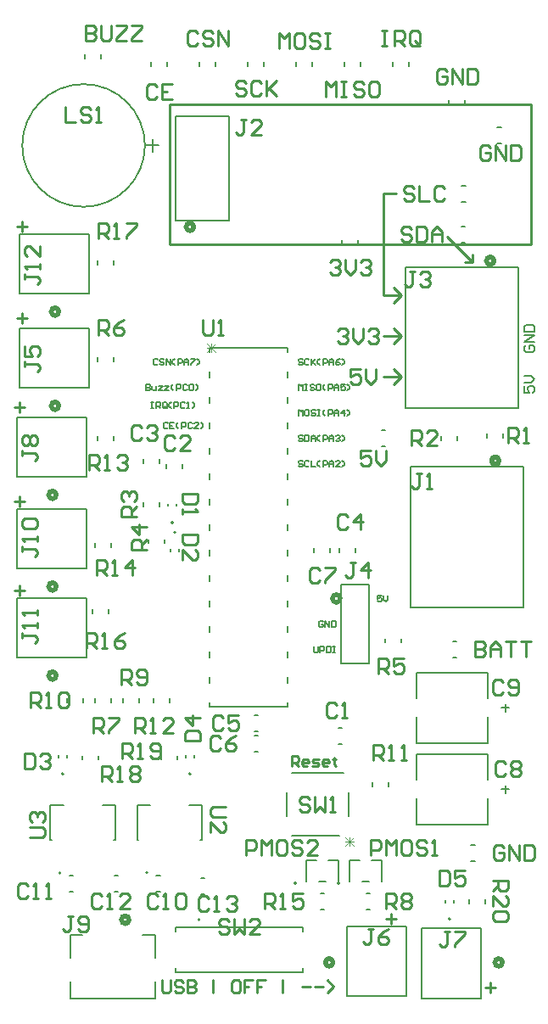
<source format=gbr>
%TF.GenerationSoftware,Altium Limited,Altium Designer,24.10.1 (45)*%
G04 Layer_Color=65535*
%FSLAX25Y25*%
%MOIN*%
%TF.SameCoordinates,405BA738-95C1-4717-9A2A-605BB7F835F8*%
%TF.FilePolarity,Positive*%
%TF.FileFunction,Legend,Top*%
%TF.Part,Single*%
G01*
G75*
%TA.AperFunction,NonConductor*%
%ADD42C,0.02000*%
%ADD43C,0.00600*%
%ADD44C,0.00787*%
%ADD45C,0.01000*%
%ADD46C,0.00500*%
%ADD47C,0.00700*%
%ADD48C,0.00800*%
%ADD49C,0.00300*%
D42*
X172500Y403000D02*
G03*
X172500Y403000I-1500J0D01*
G01*
X147063Y130777D02*
G03*
X147063Y130777I-1500J0D01*
G01*
X290500Y389685D02*
G03*
X290500Y389685I-1500J0D01*
G01*
X230000Y257000D02*
G03*
X230000Y257000I-1500J0D01*
G01*
X119500Y332694D02*
G03*
X119500Y332694I-1500J0D01*
G01*
X118500Y297694D02*
G03*
X118500Y297694I-1500J0D01*
G01*
X292500Y311150D02*
G03*
X292500Y311150I-1500J0D01*
G01*
X293806Y114000D02*
G03*
X293806Y114000I-1500J0D01*
G01*
X227194D02*
G03*
X227194Y114000I-1500J0D01*
G01*
X118500Y226694D02*
G03*
X118500Y226694I-1500J0D01*
G01*
Y261694D02*
G03*
X118500Y261694I-1500J0D01*
G01*
X119500Y369694D02*
G03*
X119500Y369694I-1500J0D01*
G01*
D43*
X153305Y435000D02*
G03*
X153305Y435000I-24100J0D01*
G01*
X212800Y145100D02*
G03*
X212800Y145100I-500J0D01*
G01*
X229800D02*
G03*
X229800Y145100I-500J0D01*
G01*
X186421Y405500D02*
Y446500D01*
X165500D02*
X186421D01*
X165500Y405500D02*
Y446500D01*
Y405500D02*
X186421D01*
X279150Y451261D02*
Y452739D01*
X272850Y451261D02*
Y452739D01*
X291811Y442150D02*
X293289D01*
X291811Y435850D02*
X293289D01*
X153805Y435000D02*
X158805D01*
X156305Y432500D02*
Y437500D01*
X281511Y160150D02*
X282989D01*
X281511Y153850D02*
X282989D01*
X123913Y99686D02*
Y106347D01*
Y124886D02*
X128861D01*
X157213Y115653D02*
Y124886D01*
X123913Y99686D02*
X157213D01*
X152264Y124886D02*
X157213D01*
X123913Y115653D02*
Y124886D01*
X157213Y99686D02*
Y106347D01*
X242850Y183261D02*
Y184739D01*
X249150Y183261D02*
Y184739D01*
X196261Y211150D02*
X197739D01*
X196261Y204850D02*
X197739D01*
X133850Y277261D02*
Y278739D01*
X140150Y277261D02*
Y278739D01*
X280850Y137261D02*
Y138739D01*
X287150Y137261D02*
Y138739D01*
X274261Y233850D02*
X275739D01*
X274261Y240150D02*
X275739D01*
X287900Y217660D02*
Y227900D01*
Y200100D02*
Y210340D01*
X260100Y200100D02*
X287900D01*
X260100Y217660D02*
Y227900D01*
X287900D01*
X294950Y212500D02*
Y215500D01*
X293450Y214000D02*
X296450D01*
X260100Y200100D02*
Y210340D01*
X287900Y185660D02*
Y195900D01*
Y168100D02*
Y178340D01*
X260100Y168100D02*
X287900D01*
X260100Y185660D02*
Y195900D01*
X287900D01*
X294950Y180500D02*
Y183500D01*
X293450Y182000D02*
X296450D01*
X260100Y168100D02*
Y178340D01*
X230850Y396261D02*
Y397739D01*
X237150Y396261D02*
Y397739D01*
X246261Y316850D02*
X247739D01*
X246261Y323150D02*
X247739D01*
X162150Y466261D02*
Y467739D01*
X155850Y466261D02*
Y467739D01*
X174850Y466261D02*
Y467739D01*
X181150Y466261D02*
Y467739D01*
X212850Y466261D02*
Y467739D01*
X219150Y466261D02*
Y467739D01*
X136150Y469261D02*
Y470739D01*
X129850Y469261D02*
Y470739D01*
X193850Y466261D02*
Y467739D01*
X200150Y466261D02*
Y467739D01*
X255626Y331885D02*
X300126D01*
X255626D02*
Y387185D01*
X300126D01*
Y331885D02*
Y387185D01*
X231850Y466261D02*
Y467739D01*
X238150Y466261D02*
Y467739D01*
X250850Y466261D02*
Y467739D01*
X257150Y466261D02*
Y467739D01*
X236150Y275261D02*
Y276739D01*
X229850Y275261D02*
Y276739D01*
X230500Y231500D02*
Y262500D01*
Y231500D02*
X241500D01*
Y262500D01*
X230500D02*
X241500D01*
X168150Y308261D02*
Y309739D01*
X161850Y308261D02*
Y309739D01*
X159150Y310261D02*
Y311739D01*
X152850Y310261D02*
Y311739D01*
X132850Y251261D02*
Y252739D01*
X139150Y251261D02*
Y252739D01*
X134850Y319261D02*
Y320739D01*
X141150Y319261D02*
Y320739D01*
X152850Y293261D02*
Y294739D01*
X159150Y293261D02*
Y294739D01*
X161150Y278711D02*
Y280189D01*
X154850Y278711D02*
Y280189D01*
X134850Y350261D02*
Y351739D01*
X141150Y350261D02*
Y351739D01*
X103917Y339694D02*
X131317D01*
X103917D02*
Y363094D01*
X131317D01*
Y339694D02*
Y363094D01*
X144850Y216261D02*
Y217739D01*
X151150Y216261D02*
Y217739D01*
X163150Y216261D02*
Y217739D01*
X156850Y216261D02*
Y217739D01*
X133850Y216261D02*
Y217739D01*
X140150Y216261D02*
Y217739D01*
X122850Y216261D02*
Y217739D01*
X129150Y216261D02*
Y217739D01*
X102917Y304694D02*
X130317D01*
X102917D02*
Y328094D01*
X130317D01*
Y304694D02*
Y328094D01*
X287850Y320261D02*
Y321739D01*
X294150Y320261D02*
Y321739D01*
X269850Y319261D02*
Y320739D01*
X276150Y319261D02*
Y320739D01*
X210920Y188442D02*
X231490D01*
X208905Y171515D02*
Y180769D01*
X210920Y163842D02*
X229836D01*
X233505Y171544D02*
Y180769D01*
X196261Y196850D02*
X197739D01*
X196261Y203150D02*
X197739D01*
X128850Y193811D02*
Y195289D01*
X135150Y193811D02*
Y195289D01*
X216800Y145950D02*
Y154050D01*
X225410D02*
X229200D01*
Y145950D02*
Y154050D01*
X221670Y145950D02*
X224330D01*
X216800Y154050D02*
X220590D01*
X233800Y145950D02*
Y154050D01*
X242410D02*
X246200D01*
Y145950D02*
Y154050D01*
X238670Y145950D02*
X241330D01*
X233800Y154050D02*
X237590D01*
X277711Y396850D02*
X279189D01*
X277711Y403150D02*
X279189D01*
X277811Y419150D02*
X279289D01*
X277811Y412850D02*
X279289D01*
X257626Y253350D02*
X302126D01*
X257626D02*
Y308650D01*
X302126D01*
Y253350D02*
Y308650D01*
X247850Y239811D02*
Y241289D01*
X254150Y239811D02*
Y241289D01*
X226150Y275261D02*
Y276739D01*
X219850Y275261D02*
Y276739D01*
X285306Y99917D02*
Y127317D01*
X261906Y99917D02*
X285306D01*
X261906D02*
Y127317D01*
X285306D01*
X232694Y100683D02*
Y128083D01*
X256094D01*
Y100683D02*
Y128083D01*
X232694Y100683D02*
X256094D01*
X102917Y233694D02*
X130317D01*
X102917D02*
Y257094D01*
X130317D01*
Y233694D02*
Y257094D01*
X102917Y268694D02*
X130317D01*
X102917D02*
Y292094D01*
X130317D01*
Y268694D02*
Y292094D01*
X240261Y134850D02*
X241739D01*
X240261Y141150D02*
X241739D01*
X222261Y134850D02*
X223739D01*
X222261Y141150D02*
X223739D01*
X141261Y141850D02*
X142739D01*
X141261Y148150D02*
X142739D01*
X175261Y140850D02*
X176739D01*
X175261Y147150D02*
X176739D01*
X159850Y193711D02*
Y195189D01*
X166150Y193711D02*
Y195189D01*
X157811Y148150D02*
X159289D01*
X157811Y141850D02*
X159289D01*
X123711Y148150D02*
X125189D01*
X123711Y141850D02*
X125189D01*
X103917Y376694D02*
X131317D01*
X103917D02*
Y400094D01*
X131317D01*
Y376694D02*
Y400094D01*
X209250Y353902D02*
Y355500D01*
X178750Y214500D02*
X209250D01*
Y216098D01*
X178750Y355500D02*
X209250D01*
X178750Y353910D02*
Y355500D01*
Y343902D02*
Y346090D01*
Y333902D02*
Y336098D01*
Y323902D02*
Y326098D01*
Y313902D02*
Y316098D01*
Y303902D02*
Y306098D01*
Y293902D02*
Y296098D01*
Y283902D02*
Y286098D01*
Y273902D02*
Y276098D01*
Y263902D02*
Y266098D01*
Y253902D02*
Y256098D01*
Y243902D02*
Y246098D01*
Y233902D02*
Y236098D01*
Y223902D02*
Y226098D01*
Y214500D02*
Y216098D01*
X209250Y223902D02*
Y226098D01*
Y233902D02*
Y236098D01*
Y243902D02*
Y246098D01*
Y253902D02*
Y256098D01*
Y263902D02*
Y266098D01*
Y273902D02*
Y276098D01*
Y283902D02*
Y286098D01*
Y293902D02*
Y296098D01*
Y303902D02*
Y306098D01*
Y313902D02*
Y316098D01*
Y323902D02*
Y326098D01*
Y333902D02*
Y336098D01*
Y343902D02*
Y346098D01*
X229261Y199850D02*
X230739D01*
X229261Y206150D02*
X230739D01*
X134850Y388261D02*
Y389739D01*
X141150Y388261D02*
Y389739D01*
D44*
X164394Y286801D02*
G03*
X164394Y286801I-394J0D01*
G01*
X273394Y131051D02*
G03*
X273394Y131051I-394J0D01*
G01*
X154339Y149295D02*
G03*
X154339Y149295I-394J0D01*
G01*
X165394Y282949D02*
G03*
X165394Y282949I-394J0D01*
G01*
X171394Y188051D02*
G03*
X171394Y188051I-394J0D01*
G01*
X120283Y149165D02*
G03*
X120283Y149165I-394J0D01*
G01*
X174898Y130811D02*
G03*
X174898Y130811I-394J0D01*
G01*
X121394Y188051D02*
G03*
X121394Y188051I-394J0D01*
G01*
D45*
X251000Y341000D02*
X254000Y344000D01*
X251000Y347000D02*
X254000Y344000D01*
X247000D02*
X254000D01*
X247000Y360000D02*
X254000D01*
X251000Y363000D02*
X254000Y360000D01*
X251000Y357000D02*
X254000Y360000D01*
X282000Y389000D02*
Y392000D01*
X279000Y389000D02*
X282000D01*
X272000Y399000D02*
X282000Y389000D01*
X251000Y373000D02*
X254000Y376000D01*
X251000Y379000D02*
X254000Y376000D01*
X247000D02*
X254000D01*
X247000D02*
Y416000D01*
X252000D01*
X163000Y396000D02*
Y451000D01*
X305000D01*
Y396000D02*
Y451000D01*
X163000Y396000D02*
X305000D01*
X160000Y106998D02*
Y102833D01*
X160833Y102000D01*
X162499D01*
X163332Y102833D01*
Y106998D01*
X168331Y106165D02*
X167498Y106998D01*
X165831D01*
X164998Y106165D01*
Y105332D01*
X165831Y104499D01*
X167498D01*
X168331Y103666D01*
Y102833D01*
X167498Y102000D01*
X165831D01*
X164998Y102833D01*
X169997Y106998D02*
Y102000D01*
X172496D01*
X173329Y102833D01*
Y103666D01*
X172496Y104499D01*
X169997D01*
X172496D01*
X173329Y105332D01*
Y106165D01*
X172496Y106998D01*
X169997D01*
X179993D02*
Y102000D01*
X189990Y106998D02*
X188324D01*
X187491Y106165D01*
Y102833D01*
X188324Y102000D01*
X189990D01*
X190823Y102833D01*
Y106165D01*
X189990Y106998D01*
X195822D02*
X192490D01*
Y104499D01*
X194156D01*
X192490D01*
Y102000D01*
X200820Y106998D02*
X197488D01*
Y104499D01*
X199154D01*
X197488D01*
Y102000D01*
X207485Y106998D02*
Y102000D01*
X214982Y104499D02*
X218314D01*
X219981D02*
X223313D01*
X224979Y102000D02*
X227478Y104499D01*
X224979Y106998D01*
X103000Y402999D02*
X106999D01*
X104999Y404999D02*
Y401000D01*
X103000Y366999D02*
X106999D01*
X104999Y368999D02*
Y365000D01*
X102000Y331999D02*
X105999D01*
X103999Y333999D02*
Y330000D01*
X102000Y294999D02*
X105999D01*
X103999Y296999D02*
Y293000D01*
X102000Y259999D02*
X105999D01*
X103999Y261999D02*
Y258000D01*
X211000Y191000D02*
Y194999D01*
X212999D01*
X213666Y194332D01*
Y192999D01*
X212999Y192333D01*
X211000D01*
X212333D02*
X213666Y191000D01*
X216998D02*
X215665D01*
X214999Y191666D01*
Y192999D01*
X215665Y193666D01*
X216998D01*
X217665Y192999D01*
Y192333D01*
X214999D01*
X218997Y191000D02*
X220997D01*
X221663Y191666D01*
X220997Y192333D01*
X219664D01*
X218997Y192999D01*
X219664Y193666D01*
X221663D01*
X224995Y191000D02*
X223663D01*
X222996Y191666D01*
Y192999D01*
X223663Y193666D01*
X224995D01*
X225662Y192999D01*
Y192333D01*
X222996D01*
X227661Y194332D02*
Y193666D01*
X226995D01*
X228328D01*
X227661D01*
Y191666D01*
X228328Y191000D01*
X237999Y346998D02*
X234000D01*
Y343999D01*
X235999Y344999D01*
X236999D01*
X237999Y343999D01*
Y342000D01*
X236999Y341000D01*
X235000D01*
X234000Y342000D01*
X239998Y346998D02*
Y342999D01*
X241997Y341000D01*
X243997Y342999D01*
Y346998D01*
X229000Y361998D02*
X230000Y362998D01*
X231999D01*
X232999Y361998D01*
Y360999D01*
X231999Y359999D01*
X230999D01*
X231999D01*
X232999Y358999D01*
Y358000D01*
X231999Y357000D01*
X230000D01*
X229000Y358000D01*
X234998Y362998D02*
Y358999D01*
X236997Y357000D01*
X238997Y358999D01*
Y362998D01*
X240996Y361998D02*
X241996Y362998D01*
X243995D01*
X244995Y361998D01*
Y360999D01*
X243995Y359999D01*
X242996D01*
X243995D01*
X244995Y358999D01*
Y358000D01*
X243995Y357000D01*
X241996D01*
X240996Y358000D01*
X193000Y444999D02*
X191001D01*
X192001D01*
Y440001D01*
X191001Y439001D01*
X190001D01*
X189002Y440001D01*
X198998Y439001D02*
X195000D01*
X198998Y443000D01*
Y443999D01*
X197999Y444999D01*
X195999D01*
X195000Y443999D01*
X272001Y463999D02*
X271002Y464999D01*
X269002D01*
X268003Y463999D01*
Y460001D01*
X269002Y459001D01*
X271002D01*
X272001Y460001D01*
Y462000D01*
X270002D01*
X274001Y459001D02*
Y464999D01*
X277999Y459001D01*
Y464999D01*
X279999D02*
Y459001D01*
X282998D01*
X283997Y460001D01*
Y463999D01*
X282998Y464999D01*
X279999D01*
X289001Y433999D02*
X288002Y434999D01*
X286002D01*
X285003Y433999D01*
Y430001D01*
X286002Y429001D01*
X288002D01*
X289001Y430001D01*
Y432000D01*
X287002D01*
X291001Y429001D02*
Y434999D01*
X294999Y429001D01*
Y434999D01*
X296999D02*
Y429001D01*
X299998D01*
X300997Y430001D01*
Y433999D01*
X299998Y434999D01*
X296999D01*
X122002Y449999D02*
Y444001D01*
X126001D01*
X131999Y448999D02*
X130999Y449999D01*
X129000D01*
X128000Y448999D01*
Y448000D01*
X129000Y447000D01*
X130999D01*
X131999Y446000D01*
Y445001D01*
X130999Y444001D01*
X129000D01*
X128000Y445001D01*
X133998Y444001D02*
X135998D01*
X134998D01*
Y449999D01*
X133998Y448999D01*
X294251Y158999D02*
X293252Y159999D01*
X291252D01*
X290253Y158999D01*
Y155001D01*
X291252Y154001D01*
X293252D01*
X294251Y155001D01*
Y157000D01*
X292252D01*
X296251Y154001D02*
Y159999D01*
X300249Y154001D01*
Y159999D01*
X302249D02*
Y154001D01*
X305248D01*
X306247Y155001D01*
Y158999D01*
X305248Y159999D01*
X302249D01*
X248000Y130999D02*
X251999D01*
X249999Y132999D02*
Y129000D01*
X287000Y103999D02*
X290999D01*
X288999Y105999D02*
Y102000D01*
X125000Y131999D02*
X123001D01*
X124001D01*
Y127001D01*
X123001Y126001D01*
X122001D01*
X121002Y127001D01*
X127000D02*
X127999Y126001D01*
X129999D01*
X130998Y127001D01*
Y130999D01*
X129999Y131999D01*
X127999D01*
X127000Y130999D01*
Y130000D01*
X127999Y129000D01*
X130998D01*
X258002Y317001D02*
Y322999D01*
X261001D01*
X262000Y321999D01*
Y320000D01*
X261001Y319000D01*
X258002D01*
X260001D02*
X262000Y317001D01*
X267998D02*
X264000D01*
X267998Y321000D01*
Y321999D01*
X266999Y322999D01*
X264999D01*
X264000Y321999D01*
X296001Y318001D02*
Y323999D01*
X299000D01*
X300000Y322999D01*
Y321000D01*
X299000Y320000D01*
X296001D01*
X298001D02*
X300000Y318001D01*
X301999D02*
X303999D01*
X302999D01*
Y323999D01*
X301999Y322999D01*
X222000Y267999D02*
X221001Y268999D01*
X219001D01*
X218002Y267999D01*
Y264001D01*
X219001Y263001D01*
X221001D01*
X222000Y264001D01*
X224000Y268999D02*
X227998D01*
Y267999D01*
X224000Y264001D01*
Y263001D01*
X183000Y201999D02*
X182001Y202999D01*
X180001D01*
X179002Y201999D01*
Y198001D01*
X180001Y197001D01*
X182001D01*
X183000Y198001D01*
X188998Y202999D02*
X186999Y201999D01*
X185000Y200000D01*
Y198001D01*
X185999Y197001D01*
X187999D01*
X188998Y198001D01*
Y199000D01*
X187999Y200000D01*
X185000D01*
X108001Y163002D02*
X112999D01*
X113999Y164001D01*
Y166001D01*
X112999Y167000D01*
X108001D01*
X109001Y169000D02*
X108001Y169999D01*
Y171999D01*
X109001Y172998D01*
X110000D01*
X111000Y171999D01*
Y170999D01*
Y171999D01*
X112000Y172998D01*
X112999D01*
X113999Y171999D01*
Y169999D01*
X112999Y169000D01*
X184999Y174998D02*
X180001D01*
X179001Y173999D01*
Y171999D01*
X180001Y171000D01*
X184999D01*
X179001Y165002D02*
Y169000D01*
X183000Y165002D01*
X183999D01*
X184999Y166001D01*
Y168001D01*
X183999Y169000D01*
X176100Y366598D02*
Y361600D01*
X177100Y360600D01*
X179099D01*
X180099Y361600D01*
Y366598D01*
X182098Y360600D02*
X184097D01*
X183098D01*
Y366598D01*
X182098Y365598D01*
X130004Y481999D02*
Y476001D01*
X133003D01*
X134002Y477001D01*
Y478000D01*
X133003Y479000D01*
X130004D01*
X133003D01*
X134002Y480000D01*
Y480999D01*
X133003Y481999D01*
X130004D01*
X136002D02*
Y477001D01*
X137001Y476001D01*
X139001D01*
X140000Y477001D01*
Y481999D01*
X142000D02*
X145998D01*
Y480999D01*
X142000Y477001D01*
Y476001D01*
X145998D01*
X147998Y481999D02*
X151997D01*
Y480999D01*
X147998Y477001D01*
Y476001D01*
X151997D01*
X174001Y478999D02*
X173002Y479999D01*
X171002D01*
X170003Y478999D01*
Y475001D01*
X171002Y474001D01*
X173002D01*
X174001Y475001D01*
X179999Y478999D02*
X179000Y479999D01*
X177000D01*
X176001Y478999D01*
Y478000D01*
X177000Y477000D01*
X179000D01*
X179999Y476000D01*
Y475001D01*
X179000Y474001D01*
X177000D01*
X176001Y475001D01*
X181999Y474001D02*
Y479999D01*
X185997Y474001D01*
Y479999D01*
X259001Y417999D02*
X258002Y418999D01*
X256002D01*
X255003Y417999D01*
Y417000D01*
X256002Y416000D01*
X258002D01*
X259001Y415000D01*
Y414001D01*
X258002Y413001D01*
X256002D01*
X255003Y414001D01*
X261001Y418999D02*
Y413001D01*
X264999D01*
X270997Y417999D02*
X269998Y418999D01*
X267998D01*
X266999Y417999D01*
Y414001D01*
X267998Y413001D01*
X269998D01*
X270997Y414001D01*
X206003Y473001D02*
Y478999D01*
X208003Y477000D01*
X210002Y478999D01*
Y473001D01*
X215000Y478999D02*
X213001D01*
X212001Y477999D01*
Y474001D01*
X213001Y473001D01*
X215000D01*
X216000Y474001D01*
Y477999D01*
X215000Y478999D01*
X221998Y477999D02*
X220998Y478999D01*
X218999D01*
X217999Y477999D01*
Y477000D01*
X218999Y476000D01*
X220998D01*
X221998Y475000D01*
Y474001D01*
X220998Y473001D01*
X218999D01*
X217999Y474001D01*
X223997Y478999D02*
X225997D01*
X224997D01*
Y473001D01*
X223997D01*
X225997D01*
X258001Y401999D02*
X257002Y402999D01*
X255002D01*
X254003Y401999D01*
Y401000D01*
X255002Y400000D01*
X257002D01*
X258001Y399000D01*
Y398001D01*
X257002Y397001D01*
X255002D01*
X254003Y398001D01*
X260001Y402999D02*
Y397001D01*
X263000D01*
X263999Y398001D01*
Y401999D01*
X263000Y402999D01*
X260001D01*
X265999Y397001D02*
Y401000D01*
X267998Y402999D01*
X269997Y401000D01*
Y397001D01*
Y400000D01*
X265999D01*
X246502Y479999D02*
X248502D01*
X247502D01*
Y474001D01*
X246502D01*
X248502D01*
X251501D02*
Y479999D01*
X254500D01*
X255500Y478999D01*
Y477000D01*
X254500Y476000D01*
X251501D01*
X253500D02*
X255500Y474001D01*
X261498Y475001D02*
Y478999D01*
X260498Y479999D01*
X258499D01*
X257499Y478999D01*
Y475001D01*
X258499Y474001D01*
X260498D01*
X259498Y476000D02*
X261498Y474001D01*
X260498D02*
X261498Y475001D01*
X226003Y388999D02*
X227002Y389999D01*
X229002D01*
X230001Y388999D01*
Y388000D01*
X229002Y387000D01*
X228002D01*
X229002D01*
X230001Y386000D01*
Y385001D01*
X229002Y384001D01*
X227002D01*
X226003Y385001D01*
X232001Y389999D02*
Y386000D01*
X234000Y384001D01*
X235999Y386000D01*
Y389999D01*
X237999Y388999D02*
X238998Y389999D01*
X240998D01*
X241997Y388999D01*
Y388000D01*
X240998Y387000D01*
X239998D01*
X240998D01*
X241997Y386000D01*
Y385001D01*
X240998Y384001D01*
X238998D01*
X237999Y385001D01*
X158000Y457999D02*
X157001Y458999D01*
X155001D01*
X154002Y457999D01*
Y454001D01*
X155001Y453001D01*
X157001D01*
X158000Y454001D01*
X163998Y458999D02*
X160000D01*
Y453001D01*
X163998D01*
X160000Y456000D02*
X161999D01*
X242000Y314999D02*
X238002D01*
Y312000D01*
X240001Y313000D01*
X241001D01*
X242000Y312000D01*
Y310001D01*
X241001Y309001D01*
X239001D01*
X238002Y310001D01*
X244000Y314999D02*
Y311000D01*
X245999Y309001D01*
X247998Y311000D01*
Y314999D01*
X193001Y459449D02*
X192002Y460449D01*
X190002D01*
X189003Y459449D01*
Y458450D01*
X190002Y457450D01*
X192002D01*
X193001Y456450D01*
Y455451D01*
X192002Y454451D01*
X190002D01*
X189003Y455451D01*
X198999Y459449D02*
X198000Y460449D01*
X196000D01*
X195001Y459449D01*
Y455451D01*
X196000Y454451D01*
X198000D01*
X198999Y455451D01*
X200999Y460449D02*
Y454451D01*
Y456450D01*
X204997Y460449D01*
X201998Y457450D01*
X204997Y454451D01*
X283004Y239999D02*
Y234001D01*
X286003D01*
X287002Y235001D01*
Y236000D01*
X286003Y237000D01*
X283004D01*
X286003D01*
X287002Y238000D01*
Y238999D01*
X286003Y239999D01*
X283004D01*
X289002Y234001D02*
Y238000D01*
X291001Y239999D01*
X293000Y238000D01*
Y234001D01*
Y237000D01*
X289002D01*
X295000Y239999D02*
X298998D01*
X296999D01*
Y234001D01*
X300998Y239999D02*
X304996D01*
X302997D01*
Y234001D01*
X224503Y454001D02*
Y459999D01*
X226503Y458000D01*
X228502Y459999D01*
Y454001D01*
X230502Y459999D02*
X232501D01*
X231501D01*
Y454001D01*
X230502D01*
X232501D01*
X239498Y458999D02*
X238499Y459999D01*
X236500D01*
X235500Y458999D01*
Y458000D01*
X236500Y457000D01*
X238499D01*
X239498Y456000D01*
Y455001D01*
X238499Y454001D01*
X236500D01*
X235500Y455001D01*
X244497Y459999D02*
X242498D01*
X241498Y458999D01*
Y455001D01*
X242498Y454001D01*
X244497D01*
X245497Y455001D01*
Y458999D01*
X244497Y459999D01*
X186253Y129999D02*
X185254Y130999D01*
X183254D01*
X182255Y129999D01*
Y129000D01*
X183254Y128000D01*
X185254D01*
X186253Y127000D01*
Y126001D01*
X185254Y125001D01*
X183254D01*
X182255Y126001D01*
X188253Y130999D02*
Y125001D01*
X190252Y127000D01*
X192251Y125001D01*
Y130999D01*
X198249Y125001D02*
X194251D01*
X198249Y129000D01*
Y129999D01*
X197250Y130999D01*
X195250D01*
X194251Y129999D01*
X218001Y177999D02*
X217001Y178999D01*
X215002D01*
X214002Y177999D01*
Y177000D01*
X215002Y176000D01*
X217001D01*
X218001Y175000D01*
Y174001D01*
X217001Y173001D01*
X215002D01*
X214002Y174001D01*
X220000Y178999D02*
Y173001D01*
X222000Y175000D01*
X223999Y173001D01*
Y178999D01*
X225998Y173001D02*
X227998D01*
X226998D01*
Y178999D01*
X225998Y177999D01*
X290001Y145997D02*
X295999D01*
Y142998D01*
X294999Y141999D01*
X293000D01*
X292000Y142998D01*
Y145997D01*
Y143998D02*
X290001Y141999D01*
Y136001D02*
Y139999D01*
X294000Y136001D01*
X294999D01*
X295999Y137000D01*
Y139000D01*
X294999Y139999D01*
Y134001D02*
X295999Y133002D01*
Y131002D01*
X294999Y130003D01*
X291001D01*
X290001Y131002D01*
Y133002D01*
X291001Y134001D01*
X294999D01*
X144502Y194001D02*
Y199999D01*
X147502D01*
X148501Y198999D01*
Y197000D01*
X147502Y196000D01*
X144502D01*
X146502D02*
X148501Y194001D01*
X150501D02*
X152500D01*
X151500D01*
Y199999D01*
X150501Y198999D01*
X155499Y195001D02*
X156499Y194001D01*
X158498D01*
X159498Y195001D01*
Y198999D01*
X158498Y199999D01*
X156499D01*
X155499Y198999D01*
Y198000D01*
X156499Y197000D01*
X159498D01*
X136502Y185001D02*
Y190999D01*
X139502D01*
X140501Y189999D01*
Y188000D01*
X139502Y187000D01*
X136502D01*
X138502D02*
X140501Y185001D01*
X142500D02*
X144500D01*
X143500D01*
Y190999D01*
X142500Y189999D01*
X147499D02*
X148499Y190999D01*
X150498D01*
X151498Y189999D01*
Y189000D01*
X150498Y188000D01*
X151498Y187000D01*
Y186001D01*
X150498Y185001D01*
X148499D01*
X147499Y186001D01*
Y187000D01*
X148499Y188000D01*
X147499Y189000D01*
Y189999D01*
X148499Y188000D02*
X150498D01*
X135000Y398400D02*
Y404398D01*
X137999D01*
X138999Y403398D01*
Y401399D01*
X137999Y400399D01*
X135000D01*
X136999D02*
X138999Y398400D01*
X140998D02*
X142997D01*
X141998D01*
Y404398D01*
X140998Y403398D01*
X145996Y404398D02*
X149995D01*
Y403398D01*
X145996Y399400D01*
Y398400D01*
X130502Y237551D02*
Y243549D01*
X133502D01*
X134501Y242549D01*
Y240550D01*
X133502Y239550D01*
X130502D01*
X132502D02*
X134501Y237551D01*
X136501D02*
X138500D01*
X137500D01*
Y243549D01*
X136501Y242549D01*
X145498Y243549D02*
X143498Y242549D01*
X141499Y240550D01*
Y238551D01*
X142499Y237551D01*
X144498D01*
X145498Y238551D01*
Y239550D01*
X144498Y240550D01*
X141499D01*
X200502Y135001D02*
Y140999D01*
X203502D01*
X204501Y139999D01*
Y138000D01*
X203502Y137000D01*
X200502D01*
X202502D02*
X204501Y135001D01*
X206501D02*
X208500D01*
X207500D01*
Y140999D01*
X206501Y139999D01*
X215498Y140999D02*
X211499D01*
Y138000D01*
X213498Y139000D01*
X214498D01*
X215498Y138000D01*
Y136001D01*
X214498Y135001D01*
X212498D01*
X211499Y136001D01*
X134502Y266001D02*
Y271999D01*
X137502D01*
X138501Y270999D01*
Y269000D01*
X137502Y268000D01*
X134502D01*
X136502D02*
X138501Y266001D01*
X140500D02*
X142500D01*
X141500D01*
Y271999D01*
X140500Y270999D01*
X148498Y266001D02*
Y271999D01*
X145499Y269000D01*
X149498D01*
X131502Y307451D02*
Y313449D01*
X134502D01*
X135501Y312449D01*
Y310450D01*
X134502Y309450D01*
X131502D01*
X133502D02*
X135501Y307451D01*
X137501D02*
X139500D01*
X138500D01*
Y313449D01*
X137501Y312449D01*
X142499D02*
X143499Y313449D01*
X145498D01*
X146498Y312449D01*
Y311450D01*
X145498Y310450D01*
X144498D01*
X145498D01*
X146498Y309450D01*
Y308451D01*
X145498Y307451D01*
X143499D01*
X142499Y308451D01*
X149502Y204001D02*
Y209999D01*
X152501D01*
X153501Y208999D01*
Y207000D01*
X152501Y206000D01*
X149502D01*
X151502D02*
X153501Y204001D01*
X155500D02*
X157500D01*
X156500D01*
Y209999D01*
X155500Y208999D01*
X164498Y204001D02*
X160499D01*
X164498Y208000D01*
Y208999D01*
X163498Y209999D01*
X161499D01*
X160499Y208999D01*
X243000Y193400D02*
Y199398D01*
X245999D01*
X246999Y198398D01*
Y196399D01*
X245999Y195399D01*
X243000D01*
X244999D02*
X246999Y193400D01*
X248998D02*
X250997D01*
X249998D01*
Y199398D01*
X248998Y198398D01*
X253996Y193400D02*
X255996D01*
X254996D01*
Y199398D01*
X253996Y198398D01*
X108502Y214001D02*
Y219999D01*
X111502D01*
X112501Y218999D01*
Y217000D01*
X111502Y216000D01*
X108502D01*
X110502D02*
X112501Y214001D01*
X114500D02*
X116500D01*
X115500D01*
Y219999D01*
X114500Y218999D01*
X119499D02*
X120499Y219999D01*
X122498D01*
X123498Y218999D01*
Y215001D01*
X122498Y214001D01*
X120499D01*
X119499Y215001D01*
Y218999D01*
X144002Y223001D02*
Y228999D01*
X147001D01*
X148000Y227999D01*
Y226000D01*
X147001Y225000D01*
X144002D01*
X146001D02*
X148000Y223001D01*
X150000Y224001D02*
X150999Y223001D01*
X152999D01*
X153998Y224001D01*
Y227999D01*
X152999Y228999D01*
X150999D01*
X150000Y227999D01*
Y227000D01*
X150999Y226000D01*
X153998D01*
X248002Y135001D02*
Y140999D01*
X251001D01*
X252000Y139999D01*
Y138000D01*
X251001Y137000D01*
X248002D01*
X250001D02*
X252000Y135001D01*
X254000Y139999D02*
X254999Y140999D01*
X256999D01*
X257998Y139999D01*
Y139000D01*
X256999Y138000D01*
X257998Y137000D01*
Y136001D01*
X256999Y135001D01*
X254999D01*
X254000Y136001D01*
Y137000D01*
X254999Y138000D01*
X254000Y139000D01*
Y139999D01*
X254999Y138000D02*
X256999D01*
X133002Y204001D02*
Y209999D01*
X136001D01*
X137000Y208999D01*
Y207000D01*
X136001Y206000D01*
X133002D01*
X135001D02*
X137000Y204001D01*
X139000Y209999D02*
X142998D01*
Y208999D01*
X139000Y205001D01*
Y204001D01*
X135000Y360400D02*
Y366398D01*
X137999D01*
X138999Y365398D01*
Y363399D01*
X137999Y362399D01*
X135000D01*
X136999D02*
X138999Y360400D01*
X144997Y366398D02*
X142997Y365398D01*
X140998Y363399D01*
Y361400D01*
X141998Y360400D01*
X143997D01*
X144997Y361400D01*
Y362399D01*
X143997Y363399D01*
X140998D01*
X245002Y227551D02*
Y233549D01*
X248001D01*
X249000Y232549D01*
Y230550D01*
X248001Y229550D01*
X245002D01*
X247001D02*
X249000Y227551D01*
X254998Y233549D02*
X251000D01*
Y230550D01*
X252999Y231550D01*
X253999D01*
X254998Y230550D01*
Y228551D01*
X253999Y227551D01*
X251999D01*
X251000Y228551D01*
X153999Y276002D02*
X148001D01*
Y279001D01*
X149001Y280000D01*
X151000D01*
X152000Y279001D01*
Y276002D01*
Y278001D02*
X153999Y280000D01*
Y284999D02*
X148001D01*
X151000Y282000D01*
Y285998D01*
X149999Y289002D02*
X144001D01*
Y292001D01*
X145001Y293000D01*
X147000D01*
X148000Y292001D01*
Y289002D01*
Y291001D02*
X149999Y293000D01*
X145001Y295000D02*
X144001Y295999D01*
Y297999D01*
X145001Y298998D01*
X146000D01*
X147000Y297999D01*
Y296999D01*
Y297999D01*
X148000Y298998D01*
X148999D01*
X149999Y297999D01*
Y295999D01*
X148999Y295000D01*
X193005Y156001D02*
Y161999D01*
X196004D01*
X197003Y160999D01*
Y159000D01*
X196004Y158000D01*
X193005D01*
X199003Y156001D02*
Y161999D01*
X201002Y160000D01*
X203001Y161999D01*
Y156001D01*
X208000Y161999D02*
X206000D01*
X205001Y160999D01*
Y157001D01*
X206000Y156001D01*
X208000D01*
X208999Y157001D01*
Y160999D01*
X208000Y161999D01*
X214997Y160999D02*
X213998Y161999D01*
X211998D01*
X210999Y160999D01*
Y160000D01*
X211998Y159000D01*
X213998D01*
X214997Y158000D01*
Y157001D01*
X213998Y156001D01*
X211998D01*
X210999Y157001D01*
X220995Y156001D02*
X216997D01*
X220995Y160000D01*
Y160999D01*
X219996Y161999D01*
X217997D01*
X216997Y160999D01*
X242004Y156001D02*
Y161999D01*
X245003D01*
X246003Y160999D01*
Y159000D01*
X245003Y158000D01*
X242004D01*
X248002Y156001D02*
Y161999D01*
X250002Y160000D01*
X252001Y161999D01*
Y156001D01*
X256999Y161999D02*
X255000D01*
X254000Y160999D01*
Y157001D01*
X255000Y156001D01*
X256999D01*
X257999Y157001D01*
Y160999D01*
X256999Y161999D01*
X263997Y160999D02*
X262997Y161999D01*
X260998D01*
X259998Y160999D01*
Y160000D01*
X260998Y159000D01*
X262997D01*
X263997Y158000D01*
Y157001D01*
X262997Y156001D01*
X260998D01*
X259998Y157001D01*
X265997Y156001D02*
X267996D01*
X266996D01*
Y161999D01*
X265997Y160999D01*
X106001Y384501D02*
Y382502D01*
Y383502D01*
X110999D01*
X111999Y382502D01*
Y381502D01*
X110999Y380502D01*
X111999Y386501D02*
Y388500D01*
Y387500D01*
X106001D01*
X107001Y386501D01*
X111999Y395498D02*
Y391499D01*
X108000Y395498D01*
X107001D01*
X106001Y394498D01*
Y392498D01*
X107001Y391499D01*
X105001Y243501D02*
Y241501D01*
Y242501D01*
X109999D01*
X110999Y241501D01*
Y240502D01*
X109999Y239502D01*
X110999Y245500D02*
Y247499D01*
Y246500D01*
X105001D01*
X106001Y245500D01*
X110999Y250499D02*
Y252498D01*
Y251498D01*
X105001D01*
X106001Y250499D01*
X105001Y277501D02*
Y275502D01*
Y276501D01*
X109999D01*
X110999Y275502D01*
Y274502D01*
X109999Y273502D01*
X110999Y279501D02*
Y281500D01*
Y280500D01*
X105001D01*
X106001Y279501D01*
Y284499D02*
X105001Y285498D01*
Y287498D01*
X106001Y288498D01*
X109999D01*
X110999Y287498D01*
Y285498D01*
X109999Y284499D01*
X106001D01*
X105001Y315000D02*
Y313001D01*
Y314001D01*
X109999D01*
X110999Y313001D01*
Y312001D01*
X109999Y311002D01*
X106001Y317000D02*
X105001Y317999D01*
Y319999D01*
X106001Y320998D01*
X107000D01*
X108000Y319999D01*
X109000Y320998D01*
X109999D01*
X110999Y319999D01*
Y317999D01*
X109999Y317000D01*
X109000D01*
X108000Y317999D01*
X107000Y317000D01*
X106001D01*
X108000Y317999D02*
Y319999D01*
X273000Y125999D02*
X271001D01*
X272001D01*
Y121001D01*
X271001Y120001D01*
X270001D01*
X269002Y121001D01*
X275000Y125999D02*
X278998D01*
Y124999D01*
X275000Y121001D01*
Y120001D01*
X243000Y126999D02*
X241001D01*
X242001D01*
Y122001D01*
X241001Y121001D01*
X240001D01*
X239002Y122001D01*
X248998Y126999D02*
X246999Y125999D01*
X245000Y124000D01*
Y122001D01*
X245999Y121001D01*
X247999D01*
X248998Y122001D01*
Y123000D01*
X247999Y124000D01*
X245000D01*
X106001Y350000D02*
Y348001D01*
Y349001D01*
X110999D01*
X111999Y348001D01*
Y347001D01*
X110999Y346002D01*
X106001Y355998D02*
Y352000D01*
X109000D01*
X108000Y353999D01*
Y354999D01*
X109000Y355998D01*
X110999D01*
X111999Y354999D01*
Y352999D01*
X110999Y352000D01*
X236000Y270999D02*
X234001D01*
X235001D01*
Y266001D01*
X234001Y265001D01*
X233001D01*
X232002Y266001D01*
X240999Y265001D02*
Y270999D01*
X238000Y268000D01*
X241998D01*
X259465Y385535D02*
X257466D01*
X258466D01*
Y380536D01*
X257466Y379536D01*
X256466D01*
X255467Y380536D01*
X261465Y384535D02*
X262464Y385535D01*
X264464D01*
X265463Y384535D01*
Y383535D01*
X264464Y382535D01*
X263464D01*
X264464D01*
X265463Y381536D01*
Y380536D01*
X264464Y379536D01*
X262464D01*
X261465Y380536D01*
X262000Y305999D02*
X260001D01*
X261000D01*
Y301001D01*
X260001Y300001D01*
X259001D01*
X258001Y301001D01*
X263999Y300001D02*
X265999D01*
X264999D01*
Y305999D01*
X263999Y304999D01*
X269002Y149999D02*
Y144001D01*
X272001D01*
X273000Y145001D01*
Y148999D01*
X272001Y149999D01*
X269002D01*
X278998D02*
X275000D01*
Y147000D01*
X276999Y148000D01*
X277999D01*
X278998Y147000D01*
Y145001D01*
X277999Y144001D01*
X275999D01*
X275000Y145001D01*
X169001Y201002D02*
X174999D01*
Y204001D01*
X173999Y205000D01*
X170001D01*
X169001Y204001D01*
Y201002D01*
X174999Y209999D02*
X169001D01*
X172000Y207000D01*
Y210998D01*
X106002Y195999D02*
Y190001D01*
X109001D01*
X110000Y191001D01*
Y194999D01*
X109001Y195999D01*
X106002D01*
X112000Y194999D02*
X112999Y195999D01*
X114999D01*
X115998Y194999D01*
Y194000D01*
X114999Y193000D01*
X113999D01*
X114999D01*
X115998Y192000D01*
Y191001D01*
X114999Y190001D01*
X112999D01*
X112000Y191001D01*
X173999Y281996D02*
X168001D01*
Y278997D01*
X169001Y277998D01*
X172999D01*
X173999Y278997D01*
Y281996D01*
X168001Y272000D02*
Y275998D01*
X172000Y272000D01*
X172999D01*
X173999Y272999D01*
Y274999D01*
X172999Y275998D01*
X173999Y297999D02*
X168001D01*
Y295000D01*
X169001Y294000D01*
X172999D01*
X173999Y295000D01*
Y297999D01*
X168001Y292001D02*
Y290001D01*
Y291001D01*
X173999D01*
X172999Y292001D01*
X178501Y138999D02*
X177501Y139999D01*
X175502D01*
X174502Y138999D01*
Y135001D01*
X175502Y134001D01*
X177501D01*
X178501Y135001D01*
X180500Y134001D02*
X182500D01*
X181500D01*
Y139999D01*
X180500Y138999D01*
X185499D02*
X186499Y139999D01*
X188498D01*
X189498Y138999D01*
Y138000D01*
X188498Y137000D01*
X187498D01*
X188498D01*
X189498Y136000D01*
Y135001D01*
X188498Y134001D01*
X186499D01*
X185499Y135001D01*
X136501Y139999D02*
X135502Y140999D01*
X133502D01*
X132502Y139999D01*
Y136001D01*
X133502Y135001D01*
X135502D01*
X136501Y136001D01*
X138500Y135001D02*
X140500D01*
X139500D01*
Y140999D01*
X138500Y139999D01*
X147498Y135001D02*
X143499D01*
X147498Y139000D01*
Y139999D01*
X146498Y140999D01*
X144499D01*
X143499Y139999D01*
X107501Y143999D02*
X106501Y144999D01*
X104502D01*
X103502Y143999D01*
Y140001D01*
X104502Y139001D01*
X106501D01*
X107501Y140001D01*
X109500Y139001D02*
X111500D01*
X110500D01*
Y144999D01*
X109500Y143999D01*
X114499Y139001D02*
X116498D01*
X115498D01*
Y144999D01*
X114499Y143999D01*
X158501Y139999D02*
X157501Y140999D01*
X155502D01*
X154502Y139999D01*
Y136001D01*
X155502Y135001D01*
X157501D01*
X158501Y136001D01*
X160501Y135001D02*
X162500D01*
X161500D01*
Y140999D01*
X160501Y139999D01*
X165499D02*
X166499Y140999D01*
X168498D01*
X169498Y139999D01*
Y136001D01*
X168498Y135001D01*
X166499D01*
X165499Y136001D01*
Y139999D01*
X294000Y223999D02*
X293001Y224999D01*
X291001D01*
X290002Y223999D01*
Y220001D01*
X291001Y219001D01*
X293001D01*
X294000Y220001D01*
X296000D02*
X296999Y219001D01*
X298999D01*
X299998Y220001D01*
Y223999D01*
X298999Y224999D01*
X296999D01*
X296000Y223999D01*
Y223000D01*
X296999Y222000D01*
X299998D01*
X295000Y191999D02*
X294001Y192999D01*
X292001D01*
X291002Y191999D01*
Y188001D01*
X292001Y187001D01*
X294001D01*
X295000Y188001D01*
X297000Y191999D02*
X297999Y192999D01*
X299999D01*
X300998Y191999D01*
Y191000D01*
X299999Y190000D01*
X300998Y189000D01*
Y188001D01*
X299999Y187001D01*
X297999D01*
X297000Y188001D01*
Y189000D01*
X297999Y190000D01*
X297000Y191000D01*
Y191999D01*
X297999Y190000D02*
X299999D01*
X184000Y209999D02*
X183001Y210999D01*
X181001D01*
X180002Y209999D01*
Y206001D01*
X181001Y205001D01*
X183001D01*
X184000Y206001D01*
X189998Y210999D02*
X186000D01*
Y208000D01*
X187999Y209000D01*
X188999D01*
X189998Y208000D01*
Y206001D01*
X188999Y205001D01*
X186999D01*
X186000Y206001D01*
X233000Y288999D02*
X232001Y289999D01*
X230001D01*
X229002Y288999D01*
Y285001D01*
X230001Y284001D01*
X232001D01*
X233000Y285001D01*
X237999Y284001D02*
Y289999D01*
X235000Y287000D01*
X238998D01*
X152000Y323999D02*
X151001Y324999D01*
X149001D01*
X148002Y323999D01*
Y320001D01*
X149001Y319001D01*
X151001D01*
X152000Y320001D01*
X154000Y323999D02*
X154999Y324999D01*
X156999D01*
X157998Y323999D01*
Y323000D01*
X156999Y322000D01*
X155999D01*
X156999D01*
X157998Y321000D01*
Y320001D01*
X156999Y319001D01*
X154999D01*
X154000Y320001D01*
X165000Y319999D02*
X164001Y320999D01*
X162001D01*
X161002Y319999D01*
Y316001D01*
X162001Y315001D01*
X164001D01*
X165000Y316001D01*
X170998Y315001D02*
X167000D01*
X170998Y319000D01*
Y319999D01*
X169999Y320999D01*
X167999D01*
X167000Y319999D01*
X228599Y214998D02*
X227599Y215998D01*
X225600D01*
X224600Y214998D01*
Y211000D01*
X225600Y210000D01*
X227599D01*
X228599Y211000D01*
X230598Y210000D02*
X232597D01*
X231598D01*
Y215998D01*
X230598Y214998D01*
D46*
X162425Y293337D02*
Y294163D01*
X165575Y293337D02*
Y294163D01*
X271425Y137587D02*
Y138413D01*
X274575Y137587D02*
Y138413D01*
X150205Y162110D02*
X150854D01*
X175146D02*
X175795D01*
X150205Y175890D02*
X155382D01*
X170618D02*
X175795D01*
X150205Y162110D02*
Y175890D01*
X175795Y162110D02*
Y175890D01*
X166575Y275587D02*
Y276413D01*
X163425Y275587D02*
Y276413D01*
X169425Y194587D02*
Y195413D01*
X172575Y194587D02*
Y195413D01*
X116150Y161980D02*
X116799D01*
X141091D02*
X141740D01*
X116150Y175760D02*
X121327D01*
X136563D02*
X141740D01*
X116150Y161980D02*
Y175760D01*
X141740Y161980D02*
Y175760D01*
X165252Y126284D02*
Y127858D01*
X215252D01*
Y126284D02*
Y127858D01*
X165252Y110142D02*
Y111716D01*
Y110142D02*
X215252D01*
Y111716D01*
X119425Y194587D02*
Y195413D01*
X122575Y194587D02*
Y195413D01*
D47*
X219700Y238199D02*
Y236117D01*
X220116Y235700D01*
X220950D01*
X221366Y236117D01*
Y238199D01*
X222199Y235700D02*
Y238199D01*
X223449D01*
X223865Y237783D01*
Y236950D01*
X223449Y236533D01*
X222199D01*
X224698Y238199D02*
Y235700D01*
X225948D01*
X226364Y236117D01*
Y237783D01*
X225948Y238199D01*
X224698D01*
X227198D02*
X228031D01*
X227614D01*
Y235700D01*
X227198D01*
X228031D01*
X223366Y247783D02*
X222950Y248199D01*
X222116D01*
X221700Y247783D01*
Y246116D01*
X222116Y245700D01*
X222950D01*
X223366Y246116D01*
Y246950D01*
X222533D01*
X224199Y245700D02*
Y248199D01*
X225865Y245700D01*
Y248199D01*
X226698D02*
Y245700D01*
X227948D01*
X228364Y246116D01*
Y247783D01*
X227948Y248199D01*
X226698D01*
X246366Y258199D02*
X244700D01*
Y256950D01*
X245533Y257366D01*
X245950D01*
X246366Y256950D01*
Y256117D01*
X245950Y255700D01*
X245116D01*
X244700Y256117D01*
X247199Y258199D02*
Y256533D01*
X248032Y255700D01*
X248865Y256533D01*
Y258199D01*
X153700Y341199D02*
Y338700D01*
X154950D01*
X155366Y339117D01*
Y339533D01*
X154950Y339950D01*
X153700D01*
X154950D01*
X155366Y340366D01*
Y340783D01*
X154950Y341199D01*
X153700D01*
X156199Y340366D02*
Y339117D01*
X156616Y338700D01*
X157865D01*
Y340366D01*
X158698D02*
X160364D01*
X158698Y338700D01*
X160364D01*
X161198Y340366D02*
X162864D01*
X161198Y338700D01*
X162864D01*
X164530D02*
X163697Y339533D01*
Y340366D01*
X164530Y341199D01*
X165779Y338700D02*
Y341199D01*
X167029D01*
X167446Y340783D01*
Y339950D01*
X167029Y339533D01*
X165779D01*
X169945Y340783D02*
X169528Y341199D01*
X168695D01*
X168279Y340783D01*
Y339117D01*
X168695Y338700D01*
X169528D01*
X169945Y339117D01*
X170778Y340783D02*
X171194Y341199D01*
X172027D01*
X172444Y340783D01*
Y339117D01*
X172027Y338700D01*
X171194D01*
X170778Y339117D01*
Y340783D01*
X173277Y338700D02*
X174110Y339533D01*
Y340366D01*
X173277Y341199D01*
X162366Y325783D02*
X161950Y326199D01*
X161117D01*
X160700Y325783D01*
Y324116D01*
X161117Y323700D01*
X161950D01*
X162366Y324116D01*
X164865Y326199D02*
X163199D01*
Y323700D01*
X164865D01*
X163199Y324950D02*
X164032D01*
X166531Y323700D02*
X165698Y324533D01*
Y325366D01*
X166531Y326199D01*
X167781Y323700D02*
Y326199D01*
X169031D01*
X169447Y325783D01*
Y324950D01*
X169031Y324533D01*
X167781D01*
X171946Y325783D02*
X171530Y326199D01*
X170697D01*
X170280Y325783D01*
Y324116D01*
X170697Y323700D01*
X171530D01*
X171946Y324116D01*
X174446Y323700D02*
X172779D01*
X174446Y325366D01*
Y325783D01*
X174029Y326199D01*
X173196D01*
X172779Y325783D01*
X175279Y323700D02*
X176112Y324533D01*
Y325366D01*
X175279Y326199D01*
X155700Y334199D02*
X156533D01*
X156116D01*
Y331700D01*
X155700D01*
X156533D01*
X157783D02*
Y334199D01*
X159032D01*
X159449Y333783D01*
Y332950D01*
X159032Y332533D01*
X157783D01*
X158616D02*
X159449Y331700D01*
X161948Y332117D02*
Y333783D01*
X161531Y334199D01*
X160698D01*
X160282Y333783D01*
Y332117D01*
X160698Y331700D01*
X161531D01*
X161115Y332533D02*
X161948Y331700D01*
X161531D02*
X161948Y332117D01*
X163614Y331700D02*
X162781Y332533D01*
Y333366D01*
X163614Y334199D01*
X164864Y331700D02*
Y334199D01*
X166113D01*
X166530Y333783D01*
Y332950D01*
X166113Y332533D01*
X164864D01*
X169029Y333783D02*
X168613Y334199D01*
X167779D01*
X167363Y333783D01*
Y332117D01*
X167779Y331700D01*
X168613D01*
X169029Y332117D01*
X169862Y331700D02*
X170695D01*
X170279D01*
Y334199D01*
X169862Y333783D01*
X171945Y331700D02*
X172778Y332533D01*
Y333366D01*
X171945Y334199D01*
X158366Y350783D02*
X157950Y351199D01*
X157116D01*
X156700Y350783D01*
Y349116D01*
X157116Y348700D01*
X157950D01*
X158366Y349116D01*
X160865Y350783D02*
X160449Y351199D01*
X159616D01*
X159199Y350783D01*
Y350366D01*
X159616Y349950D01*
X160449D01*
X160865Y349533D01*
Y349116D01*
X160449Y348700D01*
X159616D01*
X159199Y349116D01*
X161698Y348700D02*
Y351199D01*
X163365Y348700D01*
Y351199D01*
X165031Y348700D02*
X164198Y349533D01*
Y350366D01*
X165031Y351199D01*
X166280Y348700D02*
Y351199D01*
X167530D01*
X167946Y350783D01*
Y349950D01*
X167530Y349533D01*
X166280D01*
X168779Y348700D02*
Y350366D01*
X169613Y351199D01*
X170446Y350366D01*
Y348700D01*
Y349950D01*
X168779D01*
X171279Y351199D02*
X172945D01*
Y350783D01*
X171279Y349116D01*
Y348700D01*
X173778D02*
X174611Y349533D01*
Y350366D01*
X173778Y351199D01*
X215366Y310783D02*
X214950Y311199D01*
X214117D01*
X213700Y310783D01*
Y310366D01*
X214117Y309950D01*
X214950D01*
X215366Y309533D01*
Y309117D01*
X214950Y308700D01*
X214117D01*
X213700Y309117D01*
X217865Y310783D02*
X217449Y311199D01*
X216616D01*
X216199Y310783D01*
Y309117D01*
X216616Y308700D01*
X217449D01*
X217865Y309117D01*
X218698Y311199D02*
Y308700D01*
X220364D01*
X222031D02*
X221198Y309533D01*
Y310366D01*
X222031Y311199D01*
X223280Y308700D02*
Y311199D01*
X224530D01*
X224946Y310783D01*
Y309950D01*
X224530Y309533D01*
X223280D01*
X225779Y308700D02*
Y310366D01*
X226612Y311199D01*
X227446Y310366D01*
Y308700D01*
Y309950D01*
X225779D01*
X229945Y308700D02*
X228279D01*
X229945Y310366D01*
Y310783D01*
X229528Y311199D01*
X228695D01*
X228279Y310783D01*
X230778Y308700D02*
X231611Y309533D01*
Y310366D01*
X230778Y311199D01*
X215366Y320783D02*
X214950Y321199D01*
X214117D01*
X213700Y320783D01*
Y320366D01*
X214117Y319950D01*
X214950D01*
X215366Y319533D01*
Y319116D01*
X214950Y318700D01*
X214117D01*
X213700Y319116D01*
X216199Y321199D02*
Y318700D01*
X217449D01*
X217865Y319116D01*
Y320783D01*
X217449Y321199D01*
X216199D01*
X218698Y318700D02*
Y320366D01*
X219531Y321199D01*
X220364Y320366D01*
Y318700D01*
Y319950D01*
X218698D01*
X222031Y318700D02*
X221198Y319533D01*
Y320366D01*
X222031Y321199D01*
X223280Y318700D02*
Y321199D01*
X224530D01*
X224946Y320783D01*
Y319950D01*
X224530Y319533D01*
X223280D01*
X225779Y318700D02*
Y320366D01*
X226612Y321199D01*
X227446Y320366D01*
Y318700D01*
Y319950D01*
X225779D01*
X228279Y320783D02*
X228695Y321199D01*
X229528D01*
X229945Y320783D01*
Y320366D01*
X229528Y319950D01*
X229112D01*
X229528D01*
X229945Y319533D01*
Y319116D01*
X229528Y318700D01*
X228695D01*
X228279Y319116D01*
X230778Y318700D02*
X231611Y319533D01*
Y320366D01*
X230778Y321199D01*
X213700Y328700D02*
Y331199D01*
X214533Y330366D01*
X215366Y331199D01*
Y328700D01*
X217449Y331199D02*
X216616D01*
X216199Y330783D01*
Y329117D01*
X216616Y328700D01*
X217449D01*
X217865Y329117D01*
Y330783D01*
X217449Y331199D01*
X220364Y330783D02*
X219948Y331199D01*
X219115D01*
X218698Y330783D01*
Y330366D01*
X219115Y329950D01*
X219948D01*
X220364Y329533D01*
Y329117D01*
X219948Y328700D01*
X219115D01*
X218698Y329117D01*
X221198Y331199D02*
X222031D01*
X221614D01*
Y328700D01*
X221198D01*
X222031D01*
X224113D02*
X223280Y329533D01*
Y330366D01*
X224113Y331199D01*
X225363Y328700D02*
Y331199D01*
X226612D01*
X227029Y330783D01*
Y329950D01*
X226612Y329533D01*
X225363D01*
X227862Y328700D02*
Y330366D01*
X228695Y331199D01*
X229528Y330366D01*
Y328700D01*
Y329950D01*
X227862D01*
X231611Y328700D02*
Y331199D01*
X230361Y329950D01*
X232027D01*
X232860Y328700D02*
X233694Y329533D01*
Y330366D01*
X232860Y331199D01*
X213700Y338700D02*
Y341199D01*
X214533Y340366D01*
X215366Y341199D01*
Y338700D01*
X216199Y341199D02*
X217032D01*
X216616D01*
Y338700D01*
X216199D01*
X217032D01*
X219948Y340783D02*
X219531Y341199D01*
X218698D01*
X218282Y340783D01*
Y340366D01*
X218698Y339950D01*
X219531D01*
X219948Y339533D01*
Y339117D01*
X219531Y338700D01*
X218698D01*
X218282Y339117D01*
X222031Y341199D02*
X221198D01*
X220781Y340783D01*
Y339117D01*
X221198Y338700D01*
X222031D01*
X222447Y339117D01*
Y340783D01*
X222031Y341199D01*
X224113Y338700D02*
X223280Y339533D01*
Y340366D01*
X224113Y341199D01*
X225363Y338700D02*
Y341199D01*
X226612D01*
X227029Y340783D01*
Y339950D01*
X226612Y339533D01*
X225363D01*
X227862Y338700D02*
Y340366D01*
X228695Y341199D01*
X229528Y340366D01*
Y338700D01*
Y339950D01*
X227862D01*
X232027Y341199D02*
X230361D01*
Y339950D01*
X231194Y340366D01*
X231611D01*
X232027Y339950D01*
Y339117D01*
X231611Y338700D01*
X230778D01*
X230361Y339117D01*
X232860Y338700D02*
X233694Y339533D01*
Y340366D01*
X232860Y341199D01*
X215366Y350783D02*
X214950Y351199D01*
X214117D01*
X213700Y350783D01*
Y350366D01*
X214117Y349950D01*
X214950D01*
X215366Y349533D01*
Y349116D01*
X214950Y348700D01*
X214117D01*
X213700Y349116D01*
X217865Y350783D02*
X217449Y351199D01*
X216616D01*
X216199Y350783D01*
Y349116D01*
X216616Y348700D01*
X217449D01*
X217865Y349116D01*
X218698Y351199D02*
Y348700D01*
Y349533D01*
X220364Y351199D01*
X219115Y349950D01*
X220364Y348700D01*
X222031D02*
X221198Y349533D01*
Y350366D01*
X222031Y351199D01*
X223280Y348700D02*
Y351199D01*
X224530D01*
X224946Y350783D01*
Y349950D01*
X224530Y349533D01*
X223280D01*
X225779Y348700D02*
Y350366D01*
X226612Y351199D01*
X227446Y350366D01*
Y348700D01*
Y349950D01*
X225779D01*
X229945Y351199D02*
X229112Y350783D01*
X228279Y349950D01*
Y349116D01*
X228695Y348700D01*
X229528D01*
X229945Y349116D01*
Y349533D01*
X229528Y349950D01*
X228279D01*
X230778Y348700D02*
X231611Y349533D01*
Y350366D01*
X230778Y351199D01*
D48*
X302868Y356466D02*
X302201Y355799D01*
Y354466D01*
X302868Y353800D01*
X305534D01*
X306200Y354466D01*
Y355799D01*
X305534Y356466D01*
X304201D01*
Y355133D01*
X306200Y357799D02*
X302201D01*
X306200Y360465D01*
X302201D01*
Y361797D02*
X306200D01*
Y363797D01*
X305534Y364463D01*
X302868D01*
X302201Y363797D01*
Y361797D01*
Y340466D02*
Y337800D01*
X304201D01*
X303534Y339133D01*
Y339799D01*
X304201Y340466D01*
X305534D01*
X306200Y339799D01*
Y338466D01*
X305534Y337800D01*
X302201Y341799D02*
X304867D01*
X306200Y343132D01*
X304867Y344464D01*
X302201D01*
D49*
X235250Y159668D02*
X231918Y163000D01*
X235250D02*
X231918Y159668D01*
X235250Y161334D02*
X231918D01*
X233584Y163000D02*
Y159668D01*
X177750Y357265D02*
X181082Y353933D01*
X177750D02*
X181082Y357265D01*
X177750Y355599D02*
X181082D01*
X179416Y353933D02*
Y357265D01*
%TF.MD5,2c6d21f7b3f6e91d7b6f9d98ce58a966*%
M02*

</source>
